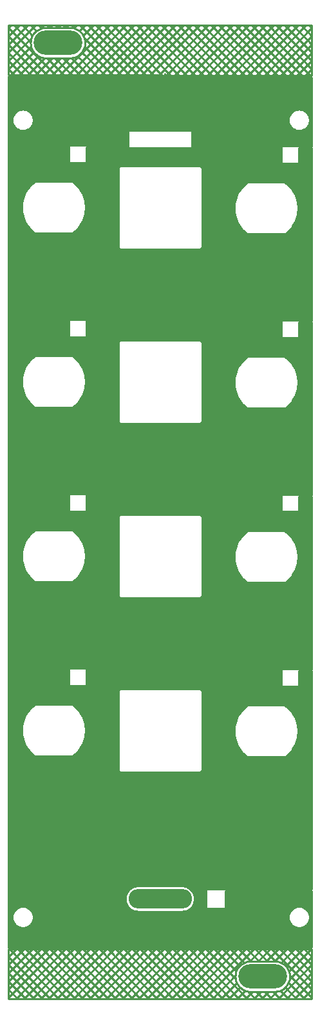
<source format=gbl>
G04 Layer: BottomLayer*
G04 EasyEDA v6.5.29, 2023-07-18 11:26:45*
G04 93ed5b14ed274c0ea8102e9f6fabb942,5a6b42c53f6a479593ecc07194224c93,10*
G04 Gerber Generator version 0.2*
G04 Scale: 100 percent, Rotated: No, Reflected: No *
G04 Dimensions in millimeters *
G04 leading zeros omitted , absolute positions ,4 integer and 5 decimal *
%FSLAX45Y45*%
%MOMM*%

%ADD10C,0.2540*%
%ADD11O,6.4000126X3.1999936*%
%ADD12O,8.339988400000001X2.5599898*%

%LPD*%
G36*
X36068Y698500D02*
G01*
X32156Y699262D01*
X28905Y701497D01*
X26670Y704748D01*
X25908Y708660D01*
X25908Y4345940D01*
X26670Y4349851D01*
X28905Y4353102D01*
X32156Y4355338D01*
X36068Y4356100D01*
X32156Y4356862D01*
X28905Y4359097D01*
X26670Y4362348D01*
X25908Y4366260D01*
X25908Y6631940D01*
X26670Y6635851D01*
X28905Y6639102D01*
X32156Y6641338D01*
X36068Y6642100D01*
X32156Y6642862D01*
X28905Y6645097D01*
X26670Y6648348D01*
X25908Y6652259D01*
X25908Y8917940D01*
X26670Y8921851D01*
X28905Y8925102D01*
X32156Y8927338D01*
X36068Y8928100D01*
X32156Y8928862D01*
X28905Y8931097D01*
X26670Y8934348D01*
X25908Y8938260D01*
X25908Y11203940D01*
X26670Y11207851D01*
X28905Y11211102D01*
X32156Y11213338D01*
X36068Y11214100D01*
X32156Y11214862D01*
X28905Y11217097D01*
X26670Y11220348D01*
X25908Y11224260D01*
X25908Y12130938D01*
X26670Y12134799D01*
X28905Y12138101D01*
X32207Y12140336D01*
X36118Y12141098D01*
X4027982Y12128601D01*
X4031843Y12127839D01*
X4035145Y12125604D01*
X4037329Y12122353D01*
X4038092Y12118441D01*
X4038092Y11211560D01*
X4037329Y11207648D01*
X4035094Y11204397D01*
X4031843Y11202162D01*
X4027932Y11201400D01*
X4031843Y11200638D01*
X4035094Y11198402D01*
X4037329Y11195151D01*
X4038092Y11191240D01*
X4038092Y8925560D01*
X4037329Y8921648D01*
X4035094Y8918397D01*
X4031843Y8916162D01*
X4027932Y8915400D01*
X4031843Y8914638D01*
X4035094Y8912402D01*
X4037329Y8909151D01*
X4038092Y8905240D01*
X4038092Y6639559D01*
X4037329Y6635648D01*
X4035094Y6632397D01*
X4031843Y6630162D01*
X4027932Y6629400D01*
X4031843Y6628638D01*
X4035094Y6626402D01*
X4037329Y6623151D01*
X4038092Y6619240D01*
X4038092Y4353560D01*
X4037329Y4349648D01*
X4035094Y4346397D01*
X4031843Y4344162D01*
X4027932Y4343400D01*
X4031843Y4342638D01*
X4035094Y4340402D01*
X4037329Y4337151D01*
X4038092Y4333240D01*
X4038092Y1470660D01*
X4037329Y1466748D01*
X4035094Y1463497D01*
X4031843Y1461262D01*
X4027932Y1460500D01*
X4031843Y1459738D01*
X4035094Y1457502D01*
X4037329Y1454251D01*
X4038092Y1450340D01*
X4038092Y708660D01*
X4037329Y704748D01*
X4035094Y701497D01*
X4031843Y699262D01*
X4027932Y698500D01*
G37*

%LPC*%
G36*
X3860800Y11431117D02*
G01*
X3875989Y11432032D01*
X3890924Y11434775D01*
X3905453Y11439296D01*
X3919321Y11445544D01*
X3932326Y11453418D01*
X3944264Y11462766D01*
X3955034Y11473535D01*
X3964381Y11485473D01*
X3972255Y11498478D01*
X3978503Y11512346D01*
X3983024Y11526875D01*
X3985768Y11541810D01*
X3986682Y11557000D01*
X3985768Y11572189D01*
X3983024Y11587124D01*
X3978503Y11601653D01*
X3972255Y11615521D01*
X3964381Y11628526D01*
X3955034Y11640464D01*
X3944264Y11651234D01*
X3932326Y11660581D01*
X3919321Y11668455D01*
X3905453Y11674703D01*
X3890924Y11679224D01*
X3875989Y11681968D01*
X3860800Y11682882D01*
X3845610Y11681968D01*
X3830675Y11679224D01*
X3816146Y11674703D01*
X3802278Y11668455D01*
X3789273Y11660581D01*
X3777335Y11651234D01*
X3766565Y11640464D01*
X3757218Y11628526D01*
X3749344Y11615521D01*
X3743096Y11601653D01*
X3738575Y11587124D01*
X3735832Y11572189D01*
X3734917Y11557000D01*
X3735832Y11541810D01*
X3738575Y11526875D01*
X3743096Y11512346D01*
X3749344Y11498478D01*
X3757218Y11485473D01*
X3766565Y11473535D01*
X3777335Y11462766D01*
X3789273Y11453418D01*
X3802278Y11445544D01*
X3816146Y11439296D01*
X3830675Y11434775D01*
X3845610Y11432032D01*
G37*
G36*
X228600Y979017D02*
G01*
X243789Y979932D01*
X258724Y982675D01*
X273253Y987196D01*
X287121Y993444D01*
X300126Y1001318D01*
X312064Y1010666D01*
X322834Y1021435D01*
X332181Y1033373D01*
X340055Y1046378D01*
X346303Y1060246D01*
X350824Y1074775D01*
X353568Y1089710D01*
X354482Y1104900D01*
X353568Y1120089D01*
X350824Y1135024D01*
X346303Y1149553D01*
X340055Y1163421D01*
X332181Y1176426D01*
X322834Y1188364D01*
X312064Y1199134D01*
X300126Y1208481D01*
X287121Y1216355D01*
X273253Y1222603D01*
X258724Y1227124D01*
X243789Y1229868D01*
X228600Y1230782D01*
X213410Y1229868D01*
X198475Y1227124D01*
X183946Y1222603D01*
X170078Y1216355D01*
X157073Y1208481D01*
X145135Y1199134D01*
X134366Y1188364D01*
X125018Y1176426D01*
X117144Y1163421D01*
X110896Y1149553D01*
X106375Y1135024D01*
X103632Y1120089D01*
X102717Y1104900D01*
X103632Y1089710D01*
X106375Y1074775D01*
X110896Y1060246D01*
X117144Y1046378D01*
X125018Y1033373D01*
X134366Y1021435D01*
X145135Y1010666D01*
X157073Y1001318D01*
X170078Y993444D01*
X183946Y987196D01*
X198475Y982675D01*
X213410Y979932D01*
G37*
G36*
X1743252Y1192276D02*
G01*
X2320747Y1192276D01*
X2337663Y1193190D01*
X2354072Y1195882D01*
X2370124Y1200353D01*
X2385618Y1206550D01*
X2400350Y1214323D01*
X2414117Y1223670D01*
X2426817Y1234490D01*
X2438298Y1246581D01*
X2448356Y1259840D01*
X2456942Y1274114D01*
X2463952Y1289253D01*
X2469286Y1305052D01*
X2472842Y1321308D01*
X2474671Y1337868D01*
X2474671Y1354531D01*
X2472842Y1371092D01*
X2469286Y1387348D01*
X2463952Y1403146D01*
X2456942Y1418285D01*
X2448356Y1432560D01*
X2438298Y1445818D01*
X2426817Y1457909D01*
X2414117Y1468729D01*
X2400350Y1478076D01*
X2385618Y1485849D01*
X2370124Y1492046D01*
X2354072Y1496517D01*
X2337663Y1499209D01*
X2320747Y1500124D01*
X1743252Y1500124D01*
X1726336Y1499209D01*
X1709928Y1496517D01*
X1693875Y1492046D01*
X1678381Y1485849D01*
X1663649Y1478076D01*
X1649882Y1468729D01*
X1637182Y1457909D01*
X1625701Y1445818D01*
X1615643Y1432560D01*
X1607058Y1418285D01*
X1600047Y1403146D01*
X1594713Y1387348D01*
X1591157Y1371092D01*
X1589328Y1354531D01*
X1589328Y1337868D01*
X1591157Y1321308D01*
X1594713Y1305052D01*
X1600047Y1289253D01*
X1607058Y1274114D01*
X1615643Y1259840D01*
X1625701Y1246581D01*
X1637182Y1234490D01*
X1649882Y1223670D01*
X1663649Y1214323D01*
X1678381Y1206550D01*
X1693875Y1200353D01*
X1709928Y1195882D01*
X1726336Y1193190D01*
G37*
G36*
X2655316Y1231900D02*
G01*
X2881884Y1231900D01*
X2882900Y1232916D01*
X2882900Y1450340D01*
X2883662Y1454251D01*
X2885897Y1457502D01*
X2889148Y1459738D01*
X2893060Y1460500D01*
X2655316Y1460500D01*
X2654300Y1459484D01*
X2654300Y1232916D01*
X2654452Y1232052D01*
G37*
G36*
X1527098Y3015538D02*
G01*
X2545994Y3015538D01*
X2552293Y3016250D01*
X2557729Y3018180D01*
X2562656Y3021279D01*
X2566720Y3025343D01*
X2569819Y3030270D01*
X2571750Y3035706D01*
X2572461Y3042005D01*
X2572461Y4060901D01*
X2571750Y4067200D01*
X2569819Y4072686D01*
X2566720Y4077563D01*
X2562656Y4081678D01*
X2557729Y4084726D01*
X2552293Y4086656D01*
X2545994Y4087368D01*
X1527098Y4087368D01*
X1520799Y4086656D01*
X1515313Y4084726D01*
X1510436Y4081678D01*
X1506321Y4077563D01*
X1503273Y4072686D01*
X1501343Y4067200D01*
X1500632Y4060901D01*
X1500632Y3042005D01*
X1501343Y3035706D01*
X1503273Y3030270D01*
X1506321Y3025343D01*
X1510436Y3021279D01*
X1515313Y3018180D01*
X1520799Y3016250D01*
G37*
G36*
X3195167Y3217367D02*
G01*
X3663035Y3217367D01*
X3669334Y3218129D01*
X3674821Y3220008D01*
X3679647Y3223056D01*
X3685540Y3229000D01*
X3700830Y3241852D01*
X3721201Y3261563D01*
X3740150Y3282594D01*
X3757523Y3304946D01*
X3773373Y3328415D01*
X3787495Y3352952D01*
X3799890Y3378403D01*
X3810508Y3404666D01*
X3819245Y3431641D01*
X3826052Y3459124D01*
X3830980Y3487013D01*
X3833926Y3515156D01*
X3834892Y3543452D01*
X3833926Y3571748D01*
X3830929Y3599942D01*
X3826001Y3627831D01*
X3819144Y3655314D01*
X3810406Y3682237D01*
X3799789Y3708450D01*
X3787343Y3733901D01*
X3773170Y3758437D01*
X3757371Y3781907D01*
X3739896Y3804259D01*
X3720947Y3825290D01*
X3700576Y3844950D01*
X3684778Y3858260D01*
X3679647Y3863543D01*
X3674821Y3866591D01*
X3669334Y3868470D01*
X3663035Y3869182D01*
X3195167Y3869182D01*
X3188868Y3868470D01*
X3183382Y3866591D01*
X3178505Y3863492D01*
X3172917Y3857955D01*
X3157423Y3844950D01*
X3137052Y3825290D01*
X3118104Y3804259D01*
X3100628Y3781907D01*
X3084830Y3758437D01*
X3070656Y3733901D01*
X3058210Y3708450D01*
X3047593Y3682237D01*
X3038856Y3655314D01*
X3031998Y3627831D01*
X3027070Y3599942D01*
X3024073Y3571748D01*
X3023108Y3543452D01*
X3024073Y3515156D01*
X3027019Y3487013D01*
X3031947Y3459124D01*
X3038754Y3431641D01*
X3047492Y3404666D01*
X3058109Y3378403D01*
X3070504Y3352952D01*
X3084626Y3328415D01*
X3100476Y3304946D01*
X3117850Y3282594D01*
X3136798Y3261563D01*
X3157169Y3241852D01*
X3173577Y3227984D01*
X3178505Y3223107D01*
X3183382Y3220008D01*
X3188868Y3218129D01*
G37*
G36*
X401167Y3230067D02*
G01*
X869035Y3230067D01*
X875334Y3230829D01*
X880821Y3232708D01*
X885647Y3235756D01*
X891540Y3241700D01*
X906830Y3254552D01*
X927201Y3274263D01*
X946150Y3295294D01*
X963523Y3317646D01*
X979373Y3341115D01*
X993495Y3365652D01*
X1005890Y3391103D01*
X1016508Y3417366D01*
X1025245Y3444341D01*
X1032052Y3471824D01*
X1036980Y3499713D01*
X1039926Y3527856D01*
X1040892Y3556152D01*
X1039926Y3584448D01*
X1036929Y3612642D01*
X1032002Y3640531D01*
X1025144Y3668014D01*
X1016406Y3694937D01*
X1005789Y3721150D01*
X993343Y3746601D01*
X979169Y3771137D01*
X963371Y3794607D01*
X945896Y3816959D01*
X926947Y3837990D01*
X906576Y3857650D01*
X890778Y3870960D01*
X885647Y3876243D01*
X880821Y3879291D01*
X875334Y3881170D01*
X869035Y3881882D01*
X401167Y3881882D01*
X394868Y3881170D01*
X389382Y3879291D01*
X384505Y3876192D01*
X378917Y3870655D01*
X363423Y3857650D01*
X343052Y3837990D01*
X324104Y3816959D01*
X306628Y3794607D01*
X290830Y3771137D01*
X276656Y3746601D01*
X264210Y3721150D01*
X253593Y3694937D01*
X244856Y3668014D01*
X237998Y3640531D01*
X233070Y3612642D01*
X230073Y3584448D01*
X229108Y3556152D01*
X230073Y3527856D01*
X233019Y3499713D01*
X237947Y3471824D01*
X244754Y3444341D01*
X253492Y3417366D01*
X264109Y3391103D01*
X276504Y3365652D01*
X290626Y3341115D01*
X306476Y3317646D01*
X323850Y3295294D01*
X342798Y3274263D01*
X363169Y3254552D01*
X379577Y3240684D01*
X384505Y3235807D01*
X389382Y3232708D01*
X394868Y3230829D01*
G37*
G36*
X3645915Y4140200D02*
G01*
X3847084Y4140200D01*
X3848100Y4141215D01*
X3848100Y4333240D01*
X3848862Y4337151D01*
X3851097Y4340402D01*
X3854348Y4342638D01*
X3858260Y4343400D01*
X3645915Y4343400D01*
X3644900Y4342384D01*
X3644900Y4141215D01*
X3645052Y4140352D01*
G37*
G36*
X851916Y4152900D02*
G01*
X1053084Y4152900D01*
X1054100Y4153915D01*
X1054100Y4355084D01*
X1053084Y4356100D01*
X840740Y4356100D01*
X844651Y4355338D01*
X847902Y4353102D01*
X850137Y4349851D01*
X850900Y4345940D01*
X850900Y4153915D01*
X851052Y4153052D01*
G37*
G36*
X1527098Y5301538D02*
G01*
X2545994Y5301538D01*
X2552293Y5302250D01*
X2557729Y5304180D01*
X2562656Y5307279D01*
X2566720Y5311343D01*
X2569819Y5316270D01*
X2571750Y5321706D01*
X2572461Y5328005D01*
X2572461Y6346901D01*
X2571750Y6353200D01*
X2569819Y6358686D01*
X2566720Y6363563D01*
X2562656Y6367678D01*
X2557729Y6370726D01*
X2552293Y6372656D01*
X2545994Y6373368D01*
X1527098Y6373368D01*
X1520799Y6372656D01*
X1515313Y6370726D01*
X1510436Y6367678D01*
X1506321Y6363563D01*
X1503273Y6358686D01*
X1501343Y6353200D01*
X1500632Y6346901D01*
X1500632Y5328005D01*
X1501343Y5321706D01*
X1503273Y5316270D01*
X1506321Y5311343D01*
X1510436Y5307279D01*
X1515313Y5304180D01*
X1520799Y5302250D01*
G37*
G36*
X3195167Y5503367D02*
G01*
X3663035Y5503367D01*
X3669334Y5504129D01*
X3674821Y5506008D01*
X3679647Y5509056D01*
X3685540Y5515000D01*
X3700830Y5527852D01*
X3721201Y5547563D01*
X3740150Y5568594D01*
X3757523Y5590946D01*
X3773373Y5614416D01*
X3787495Y5638952D01*
X3799890Y5664403D01*
X3810508Y5690666D01*
X3819245Y5717641D01*
X3826052Y5745124D01*
X3830980Y5773013D01*
X3833926Y5801156D01*
X3834892Y5829452D01*
X3833926Y5857748D01*
X3830929Y5885942D01*
X3826001Y5913831D01*
X3819144Y5941314D01*
X3810406Y5968238D01*
X3799789Y5994450D01*
X3787343Y6019901D01*
X3773170Y6044438D01*
X3757371Y6067907D01*
X3739896Y6090259D01*
X3720947Y6111290D01*
X3700576Y6130950D01*
X3684778Y6144260D01*
X3679647Y6149543D01*
X3674821Y6152591D01*
X3669334Y6154470D01*
X3663035Y6155182D01*
X3195167Y6155182D01*
X3188868Y6154470D01*
X3183382Y6152591D01*
X3178505Y6149492D01*
X3172917Y6143955D01*
X3157423Y6130950D01*
X3137052Y6111290D01*
X3118104Y6090259D01*
X3100628Y6067907D01*
X3084830Y6044438D01*
X3070656Y6019901D01*
X3058210Y5994450D01*
X3047593Y5968238D01*
X3038856Y5941314D01*
X3031998Y5913831D01*
X3027070Y5885942D01*
X3024073Y5857748D01*
X3023108Y5829452D01*
X3024073Y5801156D01*
X3027019Y5773013D01*
X3031947Y5745124D01*
X3038754Y5717641D01*
X3047492Y5690666D01*
X3058109Y5664403D01*
X3070504Y5638952D01*
X3084626Y5614416D01*
X3100476Y5590946D01*
X3117850Y5568594D01*
X3136798Y5547563D01*
X3157169Y5527852D01*
X3173577Y5513984D01*
X3178505Y5509107D01*
X3183382Y5506008D01*
X3188868Y5504129D01*
G37*
G36*
X401167Y5516067D02*
G01*
X869035Y5516067D01*
X875334Y5516829D01*
X880821Y5518708D01*
X885647Y5521756D01*
X891540Y5527700D01*
X906830Y5540552D01*
X927201Y5560263D01*
X946150Y5581294D01*
X963523Y5603646D01*
X979373Y5627116D01*
X993495Y5651652D01*
X1005890Y5677103D01*
X1016508Y5703366D01*
X1025245Y5730341D01*
X1032052Y5757824D01*
X1036980Y5785713D01*
X1039926Y5813856D01*
X1040892Y5842152D01*
X1039926Y5870448D01*
X1036929Y5898642D01*
X1032002Y5926531D01*
X1025144Y5954014D01*
X1016406Y5980938D01*
X1005789Y6007150D01*
X993343Y6032601D01*
X979169Y6057138D01*
X963371Y6080607D01*
X945896Y6102959D01*
X926947Y6123990D01*
X906576Y6143650D01*
X890778Y6156960D01*
X885647Y6162243D01*
X880821Y6165291D01*
X875334Y6167170D01*
X869035Y6167882D01*
X401167Y6167882D01*
X394868Y6167170D01*
X389382Y6165291D01*
X384505Y6162192D01*
X378917Y6156655D01*
X363423Y6143650D01*
X343052Y6123990D01*
X324104Y6102959D01*
X306628Y6080607D01*
X290830Y6057138D01*
X276656Y6032601D01*
X264210Y6007150D01*
X253593Y5980938D01*
X244856Y5954014D01*
X237998Y5926531D01*
X233070Y5898642D01*
X230073Y5870448D01*
X229108Y5842152D01*
X230073Y5813856D01*
X233019Y5785713D01*
X237947Y5757824D01*
X244754Y5730341D01*
X253492Y5703366D01*
X264109Y5677103D01*
X276504Y5651652D01*
X290626Y5627116D01*
X306476Y5603646D01*
X323850Y5581294D01*
X342798Y5560263D01*
X363169Y5540552D01*
X379577Y5526684D01*
X384505Y5521807D01*
X389382Y5518708D01*
X394868Y5516829D01*
G37*
G36*
X3645915Y6438900D02*
G01*
X3847084Y6438900D01*
X3848100Y6439916D01*
X3848100Y6619240D01*
X3848862Y6623151D01*
X3851097Y6626402D01*
X3854348Y6628638D01*
X3858260Y6629400D01*
X3645915Y6629400D01*
X3644900Y6628384D01*
X3644900Y6439916D01*
G37*
G36*
X3860800Y979017D02*
G01*
X3875989Y979932D01*
X3890924Y982675D01*
X3905453Y987196D01*
X3919321Y993444D01*
X3932326Y1001318D01*
X3944264Y1010666D01*
X3955034Y1021435D01*
X3964381Y1033373D01*
X3972255Y1046378D01*
X3978503Y1060246D01*
X3983024Y1074775D01*
X3985768Y1089710D01*
X3986682Y1104900D01*
X3985768Y1120089D01*
X3983024Y1135024D01*
X3978503Y1149553D01*
X3972255Y1163421D01*
X3964381Y1176426D01*
X3955034Y1188364D01*
X3944264Y1199134D01*
X3932326Y1208481D01*
X3919321Y1216355D01*
X3905453Y1222603D01*
X3890924Y1227124D01*
X3875989Y1229868D01*
X3860800Y1230782D01*
X3845610Y1229868D01*
X3830675Y1227124D01*
X3816146Y1222603D01*
X3802278Y1216355D01*
X3789273Y1208481D01*
X3777335Y1199134D01*
X3766565Y1188364D01*
X3757218Y1176426D01*
X3749344Y1163421D01*
X3743096Y1149553D01*
X3738575Y1135024D01*
X3735832Y1120089D01*
X3734917Y1104900D01*
X3735832Y1089710D01*
X3738575Y1074775D01*
X3743096Y1060246D01*
X3749344Y1046378D01*
X3757218Y1033373D01*
X3766565Y1021435D01*
X3777335Y1010666D01*
X3789273Y1001318D01*
X3802278Y993444D01*
X3816146Y987196D01*
X3830675Y982675D01*
X3845610Y979932D01*
G37*
G36*
X1527098Y7587538D02*
G01*
X2545994Y7587538D01*
X2552293Y7588250D01*
X2557729Y7590180D01*
X2562656Y7593279D01*
X2566720Y7597343D01*
X2569819Y7602270D01*
X2571750Y7607706D01*
X2572461Y7614005D01*
X2572461Y8632901D01*
X2571750Y8639200D01*
X2569819Y8644686D01*
X2566720Y8649563D01*
X2562656Y8653678D01*
X2557729Y8656726D01*
X2552293Y8658656D01*
X2545994Y8659368D01*
X1527098Y8659368D01*
X1520799Y8658656D01*
X1515313Y8656726D01*
X1510436Y8653678D01*
X1506321Y8649563D01*
X1503273Y8644686D01*
X1501343Y8639200D01*
X1500632Y8632901D01*
X1500632Y7614005D01*
X1501343Y7607706D01*
X1503273Y7602270D01*
X1506321Y7597343D01*
X1510436Y7593279D01*
X1515313Y7590180D01*
X1520799Y7588250D01*
G37*
G36*
X3195167Y7789367D02*
G01*
X3663035Y7789367D01*
X3669334Y7790129D01*
X3674821Y7792008D01*
X3679647Y7795056D01*
X3685540Y7801000D01*
X3700830Y7813852D01*
X3721201Y7833563D01*
X3740150Y7854594D01*
X3757523Y7876946D01*
X3773373Y7900416D01*
X3787495Y7924952D01*
X3799890Y7950403D01*
X3810508Y7976666D01*
X3819245Y8003641D01*
X3826052Y8031124D01*
X3830980Y8059013D01*
X3833926Y8087156D01*
X3834892Y8115452D01*
X3833926Y8143748D01*
X3830929Y8171942D01*
X3826001Y8199831D01*
X3819144Y8227314D01*
X3810406Y8254238D01*
X3799789Y8280450D01*
X3787343Y8305901D01*
X3773170Y8330438D01*
X3757371Y8353907D01*
X3739896Y8376259D01*
X3720947Y8397290D01*
X3700576Y8416950D01*
X3684778Y8430260D01*
X3679647Y8435543D01*
X3674821Y8438591D01*
X3669334Y8440470D01*
X3663035Y8441182D01*
X3195167Y8441182D01*
X3188868Y8440470D01*
X3183382Y8438591D01*
X3178505Y8435492D01*
X3172917Y8429955D01*
X3157423Y8416950D01*
X3137052Y8397290D01*
X3118104Y8376259D01*
X3100628Y8353907D01*
X3084830Y8330438D01*
X3070656Y8305901D01*
X3058210Y8280450D01*
X3047593Y8254238D01*
X3038856Y8227314D01*
X3031998Y8199831D01*
X3027070Y8171942D01*
X3024073Y8143748D01*
X3023108Y8115452D01*
X3024073Y8087156D01*
X3027019Y8059013D01*
X3031947Y8031124D01*
X3038754Y8003641D01*
X3047492Y7976666D01*
X3058109Y7950403D01*
X3070504Y7924952D01*
X3084626Y7900416D01*
X3100476Y7876946D01*
X3117850Y7854594D01*
X3136798Y7833563D01*
X3157169Y7813852D01*
X3173577Y7799984D01*
X3178505Y7795107D01*
X3183382Y7792008D01*
X3188868Y7790129D01*
G37*
G36*
X401167Y7802067D02*
G01*
X869035Y7802067D01*
X875334Y7802829D01*
X880821Y7804708D01*
X885647Y7807756D01*
X891540Y7813700D01*
X906830Y7826552D01*
X927201Y7846263D01*
X946150Y7867294D01*
X963523Y7889646D01*
X979373Y7913116D01*
X993495Y7937652D01*
X1005890Y7963103D01*
X1016508Y7989366D01*
X1025245Y8016341D01*
X1032052Y8043824D01*
X1036980Y8071713D01*
X1039926Y8099856D01*
X1040892Y8128152D01*
X1039926Y8156448D01*
X1036929Y8184642D01*
X1032002Y8212531D01*
X1025144Y8240014D01*
X1016406Y8266938D01*
X1005789Y8293150D01*
X993343Y8318601D01*
X979169Y8343138D01*
X963371Y8366607D01*
X945896Y8388959D01*
X926947Y8409990D01*
X906576Y8429650D01*
X890778Y8442960D01*
X885647Y8448243D01*
X880821Y8451291D01*
X875334Y8453170D01*
X869035Y8453882D01*
X401167Y8453882D01*
X394868Y8453170D01*
X389382Y8451291D01*
X384505Y8448192D01*
X378917Y8442655D01*
X363423Y8429650D01*
X343052Y8409990D01*
X324104Y8388959D01*
X306628Y8366607D01*
X290830Y8343138D01*
X276656Y8318601D01*
X264210Y8293150D01*
X253593Y8266938D01*
X244856Y8240014D01*
X237998Y8212531D01*
X233070Y8184642D01*
X230073Y8156448D01*
X229108Y8128152D01*
X230073Y8099856D01*
X233019Y8071713D01*
X237947Y8043824D01*
X244754Y8016341D01*
X253492Y7989366D01*
X264109Y7963103D01*
X276504Y7937652D01*
X290626Y7913116D01*
X306476Y7889646D01*
X323850Y7867294D01*
X342798Y7846263D01*
X363169Y7826552D01*
X379577Y7812684D01*
X384505Y7807807D01*
X389382Y7804708D01*
X394868Y7802829D01*
G37*
G36*
X3645915Y8712200D02*
G01*
X3847084Y8712200D01*
X3848100Y8713216D01*
X3848100Y8905240D01*
X3848862Y8909151D01*
X3851097Y8912402D01*
X3854348Y8914638D01*
X3858260Y8915400D01*
X3645915Y8915400D01*
X3644900Y8914384D01*
X3644900Y8713216D01*
X3645052Y8712352D01*
G37*
G36*
X851916Y8724900D02*
G01*
X1053084Y8724900D01*
X1054100Y8725916D01*
X1054100Y8927084D01*
X1053084Y8928100D01*
X840740Y8928100D01*
X844651Y8927338D01*
X847902Y8925102D01*
X850137Y8921851D01*
X850900Y8917940D01*
X850900Y8725916D01*
X851052Y8725052D01*
G37*
G36*
X1527098Y9873538D02*
G01*
X2545994Y9873538D01*
X2552293Y9874250D01*
X2557729Y9876180D01*
X2562656Y9879279D01*
X2566720Y9883343D01*
X2569819Y9888270D01*
X2571750Y9893706D01*
X2572461Y9900005D01*
X2572461Y10918901D01*
X2571750Y10925200D01*
X2569819Y10930686D01*
X2566720Y10935563D01*
X2562656Y10939678D01*
X2557729Y10942726D01*
X2552293Y10944656D01*
X2545994Y10945368D01*
X1527098Y10945368D01*
X1520799Y10944656D01*
X1515313Y10942726D01*
X1510436Y10939678D01*
X1506321Y10935563D01*
X1503273Y10930686D01*
X1501343Y10925200D01*
X1500632Y10918901D01*
X1500632Y9900005D01*
X1501343Y9893706D01*
X1503273Y9888270D01*
X1506321Y9883343D01*
X1510436Y9879279D01*
X1515313Y9876180D01*
X1520799Y9874250D01*
G37*
G36*
X3195167Y10075367D02*
G01*
X3663035Y10075367D01*
X3669334Y10076129D01*
X3674821Y10078008D01*
X3679647Y10081056D01*
X3685540Y10087000D01*
X3700830Y10099852D01*
X3721201Y10119563D01*
X3740150Y10140594D01*
X3757523Y10162946D01*
X3773373Y10186416D01*
X3787495Y10210952D01*
X3799890Y10236403D01*
X3810508Y10262666D01*
X3819245Y10289641D01*
X3826052Y10317124D01*
X3830980Y10345013D01*
X3833926Y10373156D01*
X3834892Y10401452D01*
X3833926Y10429748D01*
X3830929Y10457942D01*
X3826001Y10485831D01*
X3819144Y10513314D01*
X3810406Y10540238D01*
X3799789Y10566450D01*
X3787343Y10591901D01*
X3773170Y10616438D01*
X3757371Y10639907D01*
X3739896Y10662259D01*
X3720947Y10683290D01*
X3700576Y10702950D01*
X3684778Y10716260D01*
X3679647Y10721543D01*
X3674821Y10724591D01*
X3669334Y10726470D01*
X3663035Y10727182D01*
X3195167Y10727182D01*
X3188868Y10726470D01*
X3183382Y10724591D01*
X3178505Y10721492D01*
X3172917Y10715955D01*
X3157423Y10702950D01*
X3137052Y10683290D01*
X3118104Y10662259D01*
X3100628Y10639907D01*
X3084830Y10616438D01*
X3070656Y10591901D01*
X3058210Y10566450D01*
X3047593Y10540238D01*
X3038856Y10513314D01*
X3031998Y10485831D01*
X3027070Y10457942D01*
X3024073Y10429748D01*
X3023108Y10401452D01*
X3024073Y10373156D01*
X3027019Y10345013D01*
X3031947Y10317124D01*
X3038754Y10289641D01*
X3047492Y10262666D01*
X3058109Y10236403D01*
X3070504Y10210952D01*
X3084626Y10186416D01*
X3100476Y10162946D01*
X3117850Y10140594D01*
X3136798Y10119563D01*
X3157169Y10099852D01*
X3173577Y10085984D01*
X3178505Y10081107D01*
X3183382Y10078008D01*
X3188868Y10076129D01*
G37*
G36*
X401167Y10088067D02*
G01*
X869035Y10088067D01*
X875334Y10088829D01*
X880821Y10090708D01*
X885647Y10093756D01*
X891540Y10099700D01*
X906830Y10112552D01*
X927201Y10132263D01*
X946150Y10153294D01*
X963523Y10175646D01*
X979373Y10199116D01*
X993495Y10223652D01*
X1005890Y10249103D01*
X1016508Y10275366D01*
X1025245Y10302341D01*
X1032052Y10329824D01*
X1036980Y10357713D01*
X1039926Y10385856D01*
X1040892Y10414152D01*
X1039926Y10442448D01*
X1036929Y10470642D01*
X1032002Y10498531D01*
X1025144Y10526014D01*
X1016406Y10552938D01*
X1005789Y10579150D01*
X993343Y10604601D01*
X979169Y10629138D01*
X963371Y10652607D01*
X945896Y10674959D01*
X926947Y10695990D01*
X906576Y10715650D01*
X890778Y10728960D01*
X885647Y10734243D01*
X880821Y10737291D01*
X875334Y10739170D01*
X869035Y10739882D01*
X401167Y10739882D01*
X394868Y10739170D01*
X389382Y10737291D01*
X384505Y10734192D01*
X378917Y10728655D01*
X363423Y10715650D01*
X343052Y10695990D01*
X324104Y10674959D01*
X306628Y10652607D01*
X290830Y10629138D01*
X276656Y10604601D01*
X264210Y10579150D01*
X253593Y10552938D01*
X244856Y10526014D01*
X237998Y10498531D01*
X233070Y10470642D01*
X230073Y10442448D01*
X229108Y10414152D01*
X230073Y10385856D01*
X233019Y10357713D01*
X237947Y10329824D01*
X244754Y10302341D01*
X253492Y10275366D01*
X264109Y10249103D01*
X276504Y10223652D01*
X290626Y10199116D01*
X306476Y10175646D01*
X323850Y10153294D01*
X342798Y10132263D01*
X363169Y10112552D01*
X379577Y10098684D01*
X384505Y10093807D01*
X389382Y10090708D01*
X394868Y10088829D01*
G37*
G36*
X3645915Y10998200D02*
G01*
X3847084Y10998200D01*
X3848100Y10999216D01*
X3848100Y11191240D01*
X3848862Y11195151D01*
X3851097Y11198402D01*
X3854348Y11200638D01*
X3858260Y11201400D01*
X3645915Y11201400D01*
X3644900Y11200384D01*
X3644900Y10999216D01*
G37*
G36*
X851916Y11010900D02*
G01*
X1053084Y11010900D01*
X1054100Y11011916D01*
X1054100Y11203736D01*
X1054912Y11207648D01*
X1057148Y11210950D01*
X1060551Y11213185D01*
X1064463Y11213846D01*
X1054201Y11214100D01*
X840740Y11214100D01*
X844651Y11213338D01*
X847902Y11211102D01*
X850137Y11207851D01*
X850900Y11203940D01*
X850900Y11011916D01*
G37*
G36*
X1625650Y11201400D02*
G01*
X2437384Y11201400D01*
X2438400Y11202416D01*
X2438400Y11403584D01*
X2437384Y11404600D01*
X1626616Y11404600D01*
X1625600Y11403584D01*
X1625600Y11211763D01*
X1624787Y11207851D01*
X1622552Y11204549D01*
X1619148Y11202314D01*
X1615236Y11201654D01*
G37*
G36*
X228600Y11431117D02*
G01*
X243789Y11432032D01*
X258724Y11434775D01*
X273253Y11439296D01*
X287121Y11445544D01*
X300126Y11453418D01*
X312064Y11462766D01*
X322834Y11473535D01*
X332181Y11485473D01*
X340055Y11498478D01*
X346303Y11512346D01*
X350824Y11526875D01*
X353568Y11541810D01*
X354482Y11557000D01*
X353568Y11572189D01*
X350824Y11587124D01*
X346303Y11601653D01*
X340055Y11615521D01*
X332181Y11628526D01*
X322834Y11640464D01*
X312064Y11651234D01*
X300126Y11660581D01*
X287121Y11668455D01*
X273253Y11674703D01*
X258724Y11679224D01*
X243789Y11681968D01*
X228600Y11682882D01*
X213410Y11681968D01*
X198475Y11679224D01*
X183946Y11674703D01*
X170078Y11668455D01*
X157073Y11660581D01*
X145135Y11651234D01*
X134366Y11640464D01*
X125018Y11628526D01*
X117144Y11615521D01*
X110896Y11601653D01*
X106375Y11587124D01*
X103632Y11572189D01*
X102717Y11557000D01*
X103632Y11541810D01*
X106375Y11526875D01*
X110896Y11512346D01*
X117144Y11498478D01*
X125018Y11485473D01*
X134366Y11473535D01*
X145135Y11462766D01*
X157073Y11453418D01*
X170078Y11445544D01*
X183946Y11439296D01*
X198475Y11434775D01*
X213410Y11432032D01*
G37*
G36*
X851916Y6438900D02*
G01*
X1053084Y6438900D01*
X1054100Y6439916D01*
X1054100Y6641084D01*
X1053084Y6642100D01*
X840740Y6642100D01*
X844651Y6641338D01*
X847902Y6639102D01*
X850137Y6635851D01*
X850900Y6631940D01*
X850900Y6439916D01*
X851052Y6439052D01*
G37*

%LPD*%
D10*
X3771900Y673100D02*
G01*
X3771900Y736600D01*
X2095500Y12103100D02*
G01*
X2095500Y12166600D01*
X38862Y38862D02*
G01*
X38862Y685545D01*
X38862Y685545D02*
G01*
X4025138Y685545D01*
X4025138Y685545D02*
G01*
X4025138Y38862D01*
X4025138Y38862D02*
G01*
X38862Y38862D01*
X3064476Y204043D02*
G01*
X3077582Y189583D01*
X3077582Y189583D02*
G01*
X3092042Y176477D01*
X3092042Y176477D02*
G01*
X3107717Y164852D01*
X3107717Y164852D02*
G01*
X3124456Y154819D01*
X3124456Y154819D02*
G01*
X3142097Y146475D01*
X3142097Y146475D02*
G01*
X3160472Y139901D01*
X3160472Y139901D02*
G01*
X3179403Y135159D01*
X3179403Y135159D02*
G01*
X3198707Y132295D01*
X3198707Y132295D02*
G01*
X3218199Y131338D01*
X3218199Y131338D02*
G01*
X3538200Y131338D01*
X3538200Y131338D02*
G01*
X3557692Y132295D01*
X3557692Y132295D02*
G01*
X3576996Y135159D01*
X3576996Y135159D02*
G01*
X3595927Y139901D01*
X3595927Y139901D02*
G01*
X3614302Y146475D01*
X3614302Y146475D02*
G01*
X3631943Y154819D01*
X3631943Y154819D02*
G01*
X3648682Y164852D01*
X3648682Y164852D02*
G01*
X3664357Y176477D01*
X3664357Y176477D02*
G01*
X3678817Y189583D01*
X3678817Y189583D02*
G01*
X3691923Y204043D01*
X3691923Y204043D02*
G01*
X3703548Y219718D01*
X3703548Y219718D02*
G01*
X3713581Y236457D01*
X3713581Y236457D02*
G01*
X3721925Y254098D01*
X3721925Y254098D02*
G01*
X3728499Y272473D01*
X3728499Y272473D02*
G01*
X3733241Y291404D01*
X3733241Y291404D02*
G01*
X3736105Y310708D01*
X3736105Y310708D02*
G01*
X3737062Y330200D01*
X3737062Y330200D02*
G01*
X3736105Y349691D01*
X3736105Y349691D02*
G01*
X3733241Y368995D01*
X3733241Y368995D02*
G01*
X3728499Y387926D01*
X3728499Y387926D02*
G01*
X3721925Y406301D01*
X3721925Y406301D02*
G01*
X3713581Y423942D01*
X3713581Y423942D02*
G01*
X3703548Y440681D01*
X3703548Y440681D02*
G01*
X3691923Y456356D01*
X3691923Y456356D02*
G01*
X3678817Y470816D01*
X3678817Y470816D02*
G01*
X3664357Y483922D01*
X3664357Y483922D02*
G01*
X3648682Y495547D01*
X3648682Y495547D02*
G01*
X3631943Y505580D01*
X3631943Y505580D02*
G01*
X3614302Y513924D01*
X3614302Y513924D02*
G01*
X3595927Y520498D01*
X3595927Y520498D02*
G01*
X3576996Y525240D01*
X3576996Y525240D02*
G01*
X3557692Y528104D01*
X3557692Y528104D02*
G01*
X3538200Y529061D01*
X3538200Y529061D02*
G01*
X3218199Y529061D01*
X3218199Y529061D02*
G01*
X3198707Y528104D01*
X3198707Y528104D02*
G01*
X3179403Y525240D01*
X3179403Y525240D02*
G01*
X3160472Y520498D01*
X3160472Y520498D02*
G01*
X3142097Y513924D01*
X3142097Y513924D02*
G01*
X3124456Y505580D01*
X3124456Y505580D02*
G01*
X3107717Y495547D01*
X3107717Y495547D02*
G01*
X3092042Y483922D01*
X3092042Y483922D02*
G01*
X3077582Y470816D01*
X3077582Y470816D02*
G01*
X3064476Y456356D01*
X3064476Y456356D02*
G01*
X3052851Y440681D01*
X3052851Y440681D02*
G01*
X3042818Y423942D01*
X3042818Y423942D02*
G01*
X3034474Y406301D01*
X3034474Y406301D02*
G01*
X3027900Y387926D01*
X3027900Y387926D02*
G01*
X3023158Y368995D01*
X3023158Y368995D02*
G01*
X3020294Y349691D01*
X3020294Y349691D02*
G01*
X3019337Y330200D01*
X3019337Y330200D02*
G01*
X3020294Y310708D01*
X3020294Y310708D02*
G01*
X3023158Y291404D01*
X3023158Y291404D02*
G01*
X3027900Y272473D01*
X3027900Y272473D02*
G01*
X3034474Y254098D01*
X3034474Y254098D02*
G01*
X3042818Y236457D01*
X3042818Y236457D02*
G01*
X3052851Y219718D01*
X3052851Y219718D02*
G01*
X3064476Y204043D01*
X38862Y50940D02*
G01*
X50940Y38862D01*
X38862Y158703D02*
G01*
X158703Y38862D01*
X38862Y266466D02*
G01*
X266466Y38862D01*
X38862Y374229D02*
G01*
X374229Y38862D01*
X38862Y481992D02*
G01*
X481992Y38862D01*
X38862Y589755D02*
G01*
X589755Y38862D01*
X50835Y685545D02*
G01*
X697519Y38862D01*
X158598Y685545D02*
G01*
X805282Y38862D01*
X266361Y685545D02*
G01*
X913045Y38862D01*
X374124Y685545D02*
G01*
X1020808Y38862D01*
X481887Y685545D02*
G01*
X1128571Y38862D01*
X589650Y685545D02*
G01*
X1236334Y38862D01*
X697413Y685545D02*
G01*
X1344097Y38862D01*
X805176Y685545D02*
G01*
X1451860Y38862D01*
X912939Y685545D02*
G01*
X1559623Y38862D01*
X1020702Y685545D02*
G01*
X1667386Y38862D01*
X1128465Y685545D02*
G01*
X1775149Y38862D01*
X1236228Y685545D02*
G01*
X1882912Y38862D01*
X1343991Y685545D02*
G01*
X1990675Y38862D01*
X1451755Y685545D02*
G01*
X2098439Y38862D01*
X1559518Y685545D02*
G01*
X2206202Y38862D01*
X1667281Y685545D02*
G01*
X2313965Y38862D01*
X1775044Y685545D02*
G01*
X2421728Y38862D01*
X1882807Y685545D02*
G01*
X2529491Y38862D01*
X1990570Y685545D02*
G01*
X2637254Y38862D01*
X2098333Y685545D02*
G01*
X2745017Y38862D01*
X2206096Y685545D02*
G01*
X2852780Y38862D01*
X2313859Y685545D02*
G01*
X2960543Y38862D01*
X2421622Y685545D02*
G01*
X3068306Y38862D01*
X2529385Y685545D02*
G01*
X3176069Y38862D01*
X2637148Y685545D02*
G01*
X3021741Y300952D01*
X3188951Y133742D02*
G01*
X3283832Y38862D01*
X2744911Y685545D02*
G01*
X3031755Y398702D01*
X3299119Y131338D02*
G01*
X3391595Y38862D01*
X2852675Y685545D02*
G01*
X3072743Y465477D01*
X3406882Y131338D02*
G01*
X3499359Y38862D01*
X2960438Y685545D02*
G01*
X3135283Y510701D01*
X3514645Y131338D02*
G01*
X3607122Y38862D01*
X3068201Y685545D02*
G01*
X3224685Y529061D01*
X3609124Y144623D02*
G01*
X3714885Y38862D01*
X3175964Y685545D02*
G01*
X3332448Y529061D01*
X3675202Y186307D02*
G01*
X3822648Y38862D01*
X3283727Y685545D02*
G01*
X3440211Y529061D01*
X3719757Y249515D02*
G01*
X3930411Y38862D01*
X3391490Y685545D02*
G01*
X3548479Y528556D01*
X3736557Y340478D02*
G01*
X4025138Y51898D01*
X3499253Y685545D02*
G01*
X4025138Y159661D01*
X3607016Y685545D02*
G01*
X4025138Y267424D01*
X3714779Y685545D02*
G01*
X4025138Y375187D01*
X3822542Y685545D02*
G01*
X4025138Y482950D01*
X3930305Y685545D02*
G01*
X4025138Y590713D01*
X4013059Y38862D02*
G01*
X4025138Y50940D01*
X3905296Y38862D02*
G01*
X4025138Y158703D01*
X3797533Y38862D02*
G01*
X4025138Y266466D01*
X3689770Y38862D02*
G01*
X4025138Y374229D01*
X3582007Y38862D02*
G01*
X4025138Y481992D01*
X3474244Y38862D02*
G01*
X3569417Y134035D01*
X3734365Y298983D02*
G01*
X4025138Y589755D01*
X3366480Y38862D02*
G01*
X3458957Y131338D01*
X3725086Y397467D02*
G01*
X4013164Y685545D01*
X3258717Y38862D02*
G01*
X3351194Y131338D01*
X3684453Y464597D02*
G01*
X3905401Y685545D01*
X3150954Y38862D02*
G01*
X3243431Y131338D01*
X3622255Y510162D02*
G01*
X3797638Y685545D01*
X3043191Y38862D02*
G01*
X3148510Y144181D01*
X3533391Y529061D02*
G01*
X3689875Y685545D01*
X2935428Y38862D02*
G01*
X3082076Y185510D01*
X3425628Y529061D02*
G01*
X3582112Y685545D01*
X2827665Y38862D02*
G01*
X3037180Y248377D01*
X3317865Y529061D02*
G01*
X3474349Y685545D01*
X2719902Y38862D02*
G01*
X3019755Y338715D01*
X3209683Y528643D02*
G01*
X3366586Y685545D01*
X2612139Y38862D02*
G01*
X3258823Y685545D01*
X2504376Y38862D02*
G01*
X3151060Y685545D01*
X2396613Y38862D02*
G01*
X3043297Y685545D01*
X2288850Y38862D02*
G01*
X2935534Y685545D01*
X2181087Y38862D02*
G01*
X2827771Y685545D01*
X2073324Y38862D02*
G01*
X2720008Y685545D01*
X1965560Y38862D02*
G01*
X2612244Y685545D01*
X1857797Y38862D02*
G01*
X2504481Y685545D01*
X1750034Y38862D02*
G01*
X2396718Y685545D01*
X1642271Y38862D02*
G01*
X2288955Y685545D01*
X1534508Y38862D02*
G01*
X2181192Y685545D01*
X1426745Y38862D02*
G01*
X2073429Y685545D01*
X1318982Y38862D02*
G01*
X1965666Y685545D01*
X1211219Y38862D02*
G01*
X1857903Y685545D01*
X1103456Y38862D02*
G01*
X1750140Y685545D01*
X995693Y38862D02*
G01*
X1642377Y685545D01*
X887930Y38862D02*
G01*
X1534614Y685545D01*
X780167Y38862D02*
G01*
X1426851Y685545D01*
X672404Y38862D02*
G01*
X1319088Y685545D01*
X564640Y38862D02*
G01*
X1211324Y685545D01*
X456877Y38862D02*
G01*
X1103561Y685545D01*
X349114Y38862D02*
G01*
X995798Y685545D01*
X241351Y38862D02*
G01*
X888035Y685545D01*
X133588Y38862D02*
G01*
X780272Y685545D01*
X38862Y51898D02*
G01*
X672509Y685545D01*
X38862Y159661D02*
G01*
X564746Y685545D01*
X38862Y267424D02*
G01*
X456983Y685545D01*
X38862Y375187D02*
G01*
X349220Y685545D01*
X38862Y482950D02*
G01*
X241457Y685545D01*
X38862Y590713D02*
G01*
X133694Y685545D01*
X38862Y12154032D02*
G01*
X38862Y12800837D01*
X38862Y12800837D02*
G01*
X4025138Y12800837D01*
X4025138Y12800837D02*
G01*
X4025138Y12141575D01*
X4025138Y12141575D02*
G01*
X38862Y12154032D01*
X372076Y12446843D02*
G01*
X385182Y12432383D01*
X385182Y12432383D02*
G01*
X399642Y12419277D01*
X399642Y12419277D02*
G01*
X415317Y12407652D01*
X415317Y12407652D02*
G01*
X432056Y12397619D01*
X432056Y12397619D02*
G01*
X449697Y12389275D01*
X449697Y12389275D02*
G01*
X468072Y12382701D01*
X468072Y12382701D02*
G01*
X487003Y12377959D01*
X487003Y12377959D02*
G01*
X506307Y12375095D01*
X506307Y12375095D02*
G01*
X525799Y12374138D01*
X525799Y12374138D02*
G01*
X845800Y12374138D01*
X845800Y12374138D02*
G01*
X865292Y12375095D01*
X865292Y12375095D02*
G01*
X884596Y12377959D01*
X884596Y12377959D02*
G01*
X903527Y12382701D01*
X903527Y12382701D02*
G01*
X921902Y12389275D01*
X921902Y12389275D02*
G01*
X939543Y12397619D01*
X939543Y12397619D02*
G01*
X956282Y12407652D01*
X956282Y12407652D02*
G01*
X971957Y12419277D01*
X971957Y12419277D02*
G01*
X986417Y12432383D01*
X986417Y12432383D02*
G01*
X999523Y12446843D01*
X999523Y12446843D02*
G01*
X1011148Y12462518D01*
X1011148Y12462518D02*
G01*
X1021181Y12479257D01*
X1021181Y12479257D02*
G01*
X1029525Y12496898D01*
X1029525Y12496898D02*
G01*
X1036099Y12515273D01*
X1036099Y12515273D02*
G01*
X1040841Y12534204D01*
X1040841Y12534204D02*
G01*
X1043705Y12553508D01*
X1043705Y12553508D02*
G01*
X1044662Y12573000D01*
X1044662Y12573000D02*
G01*
X1043705Y12592491D01*
X1043705Y12592491D02*
G01*
X1040841Y12611795D01*
X1040841Y12611795D02*
G01*
X1036099Y12630726D01*
X1036099Y12630726D02*
G01*
X1029525Y12649101D01*
X1029525Y12649101D02*
G01*
X1021181Y12666742D01*
X1021181Y12666742D02*
G01*
X1011148Y12683481D01*
X1011148Y12683481D02*
G01*
X999523Y12699156D01*
X999523Y12699156D02*
G01*
X986417Y12713616D01*
X986417Y12713616D02*
G01*
X971957Y12726722D01*
X971957Y12726722D02*
G01*
X956282Y12738347D01*
X956282Y12738347D02*
G01*
X939543Y12748380D01*
X939543Y12748380D02*
G01*
X921902Y12756724D01*
X921902Y12756724D02*
G01*
X903527Y12763298D01*
X903527Y12763298D02*
G01*
X884596Y12768040D01*
X884596Y12768040D02*
G01*
X865292Y12770904D01*
X865292Y12770904D02*
G01*
X845800Y12771861D01*
X845800Y12771861D02*
G01*
X525799Y12771861D01*
X525799Y12771861D02*
G01*
X506307Y12770904D01*
X506307Y12770904D02*
G01*
X487003Y12768040D01*
X487003Y12768040D02*
G01*
X468072Y12763298D01*
X468072Y12763298D02*
G01*
X449697Y12756724D01*
X449697Y12756724D02*
G01*
X432056Y12748380D01*
X432056Y12748380D02*
G01*
X415317Y12738347D01*
X415317Y12738347D02*
G01*
X399642Y12726722D01*
X399642Y12726722D02*
G01*
X385182Y12713616D01*
X385182Y12713616D02*
G01*
X372076Y12699156D01*
X372076Y12699156D02*
G01*
X360451Y12683481D01*
X360451Y12683481D02*
G01*
X350418Y12666742D01*
X350418Y12666742D02*
G01*
X342074Y12649101D01*
X342074Y12649101D02*
G01*
X335500Y12630726D01*
X335500Y12630726D02*
G01*
X330758Y12611795D01*
X330758Y12611795D02*
G01*
X327894Y12592491D01*
X327894Y12592491D02*
G01*
X326937Y12573000D01*
X326937Y12573000D02*
G01*
X327894Y12553508D01*
X327894Y12553508D02*
G01*
X330758Y12534204D01*
X330758Y12534204D02*
G01*
X335500Y12515273D01*
X335500Y12515273D02*
G01*
X342074Y12496898D01*
X342074Y12496898D02*
G01*
X350418Y12479257D01*
X350418Y12479257D02*
G01*
X360451Y12462518D01*
X360451Y12462518D02*
G01*
X372076Y12446843D01*
X38862Y12228167D02*
G01*
X113229Y12153800D01*
X38862Y12335930D02*
G01*
X221330Y12153462D01*
X38862Y12443693D02*
G01*
X329431Y12153124D01*
X38862Y12551456D02*
G01*
X437532Y12152786D01*
X38862Y12659220D02*
G01*
X545633Y12152448D01*
X38862Y12766983D02*
G01*
X653734Y12152111D01*
X112770Y12800837D02*
G01*
X327577Y12586030D01*
X539470Y12374138D02*
G01*
X761834Y12151773D01*
X220533Y12800837D02*
G01*
X351996Y12669374D01*
X647233Y12374138D02*
G01*
X869935Y12151435D01*
X328296Y12800837D02*
G01*
X401232Y12727901D01*
X754996Y12374138D02*
G01*
X978036Y12151097D01*
X436059Y12800837D02*
G01*
X472491Y12764405D01*
X861965Y12374932D02*
G01*
X1086137Y12150759D01*
X543822Y12800837D02*
G01*
X572798Y12771861D01*
X944231Y12400429D02*
G01*
X1194238Y12150421D01*
X651585Y12800837D02*
G01*
X680562Y12771861D01*
X1002102Y12450321D02*
G01*
X1302339Y12150084D01*
X759348Y12800837D02*
G01*
X788325Y12771861D01*
X1037865Y12522321D02*
G01*
X1410440Y12149746D01*
X867111Y12800837D02*
G01*
X905277Y12762672D01*
X1035473Y12632476D02*
G01*
X1518541Y12149408D01*
X974874Y12800837D02*
G01*
X1626642Y12149070D01*
X1082637Y12800837D02*
G01*
X1734743Y12148732D01*
X1190400Y12800837D02*
G01*
X1842843Y12148395D01*
X1298164Y12800837D02*
G01*
X1950944Y12148057D01*
X1405927Y12800837D02*
G01*
X2059045Y12147719D01*
X1513690Y12800837D02*
G01*
X2167146Y12147381D01*
X1621453Y12800837D02*
G01*
X2275247Y12147044D01*
X1729216Y12800837D02*
G01*
X2383348Y12146706D01*
X1836979Y12800837D02*
G01*
X2491449Y12146368D01*
X1944742Y12800837D02*
G01*
X2599550Y12146030D01*
X2052505Y12800837D02*
G01*
X2707650Y12145692D01*
X2160268Y12800837D02*
G01*
X2815751Y12145354D01*
X2268031Y12800837D02*
G01*
X2923852Y12145017D01*
X2375794Y12800837D02*
G01*
X3031953Y12144679D01*
X2483557Y12800837D02*
G01*
X3140054Y12144341D01*
X2591320Y12800837D02*
G01*
X3248155Y12144003D01*
X2699084Y12800837D02*
G01*
X3356256Y12143665D01*
X2806847Y12800837D02*
G01*
X3464357Y12143328D01*
X2914610Y12800837D02*
G01*
X3572458Y12142990D01*
X3022373Y12800837D02*
G01*
X3680559Y12142652D01*
X3130136Y12800837D02*
G01*
X3788659Y12142314D01*
X3237899Y12800837D02*
G01*
X3896760Y12141976D01*
X3345662Y12800837D02*
G01*
X4004861Y12141638D01*
X3453425Y12800837D02*
G01*
X4025138Y12229125D01*
X3561188Y12800837D02*
G01*
X4025138Y12336888D01*
X3668951Y12800837D02*
G01*
X4025138Y12444651D01*
X3776714Y12800837D02*
G01*
X4025138Y12552414D01*
X3884477Y12800837D02*
G01*
X4025138Y12660177D01*
X3992240Y12800837D02*
G01*
X4025138Y12767940D01*
X3938815Y12141845D02*
G01*
X4025138Y12228167D01*
X3831388Y12142180D02*
G01*
X4025138Y12335930D01*
X3723960Y12142516D02*
G01*
X4025138Y12443693D01*
X3616533Y12142852D02*
G01*
X4025138Y12551456D01*
X3509106Y12143188D02*
G01*
X4025138Y12659220D01*
X3401678Y12143523D02*
G01*
X4025138Y12766983D01*
X3294251Y12143859D02*
G01*
X3951229Y12800837D01*
X3186823Y12144195D02*
G01*
X3843466Y12800837D01*
X3079396Y12144530D02*
G01*
X3735703Y12800837D01*
X2971969Y12144866D02*
G01*
X3627940Y12800837D01*
X2864541Y12145202D02*
G01*
X3520177Y12800837D01*
X2757114Y12145538D02*
G01*
X3412414Y12800837D01*
X2649687Y12145873D02*
G01*
X3304651Y12800837D01*
X2542259Y12146209D02*
G01*
X3196888Y12800837D01*
X2434832Y12146545D02*
G01*
X3089125Y12800837D01*
X2327405Y12146880D02*
G01*
X2981362Y12800837D01*
X2219977Y12147216D02*
G01*
X2873599Y12800837D01*
X2112550Y12147552D02*
G01*
X2765835Y12800837D01*
X2005122Y12147888D02*
G01*
X2658072Y12800837D01*
X1897695Y12148223D02*
G01*
X2550309Y12800837D01*
X1790268Y12148559D02*
G01*
X2442546Y12800837D01*
X1682840Y12148895D02*
G01*
X2334783Y12800837D01*
X1575413Y12149230D02*
G01*
X2227020Y12800837D01*
X1467986Y12149566D02*
G01*
X2119257Y12800837D01*
X1360558Y12149902D02*
G01*
X2011494Y12800837D01*
X1253131Y12150238D02*
G01*
X1903731Y12800837D01*
X1145704Y12150573D02*
G01*
X1795968Y12800837D01*
X1038276Y12150909D02*
G01*
X1688205Y12800837D01*
X930849Y12151245D02*
G01*
X1580442Y12800837D01*
X823421Y12151580D02*
G01*
X1472679Y12800837D01*
X715994Y12151916D02*
G01*
X1364915Y12800837D01*
X608567Y12152252D02*
G01*
X830453Y12374138D01*
X1043944Y12587629D02*
G01*
X1257152Y12800837D01*
X501139Y12152588D02*
G01*
X722690Y12374138D01*
X1018975Y12670423D02*
G01*
X1149389Y12800837D01*
X393712Y12152923D02*
G01*
X614927Y12374138D01*
X969404Y12728615D02*
G01*
X1041626Y12800837D01*
X286285Y12153259D02*
G01*
X508036Y12375010D01*
X897767Y12764741D02*
G01*
X933863Y12800837D01*
X178857Y12153595D02*
G01*
X426320Y12401057D01*
X797124Y12771861D02*
G01*
X826100Y12800837D01*
X71430Y12153930D02*
G01*
X368783Y12451283D01*
X689361Y12771861D02*
G01*
X718337Y12800837D01*
X38862Y12229125D02*
G01*
X333398Y12523662D01*
X581598Y12771861D02*
G01*
X610574Y12800837D01*
X38862Y12336888D02*
G01*
X337060Y12635087D01*
X463711Y12761738D02*
G01*
X502811Y12800837D01*
X38862Y12444651D02*
G01*
X395048Y12800837D01*
X38862Y12552414D02*
G01*
X287285Y12800837D01*
X38862Y12660177D02*
G01*
X179522Y12800837D01*
X38862Y12767940D02*
G01*
X71759Y12800837D01*
D11*
G01*
X685800Y12573000D03*
G01*
X3378200Y330200D03*
D12*
G01*
X2032000Y1346200D03*
M02*

</source>
